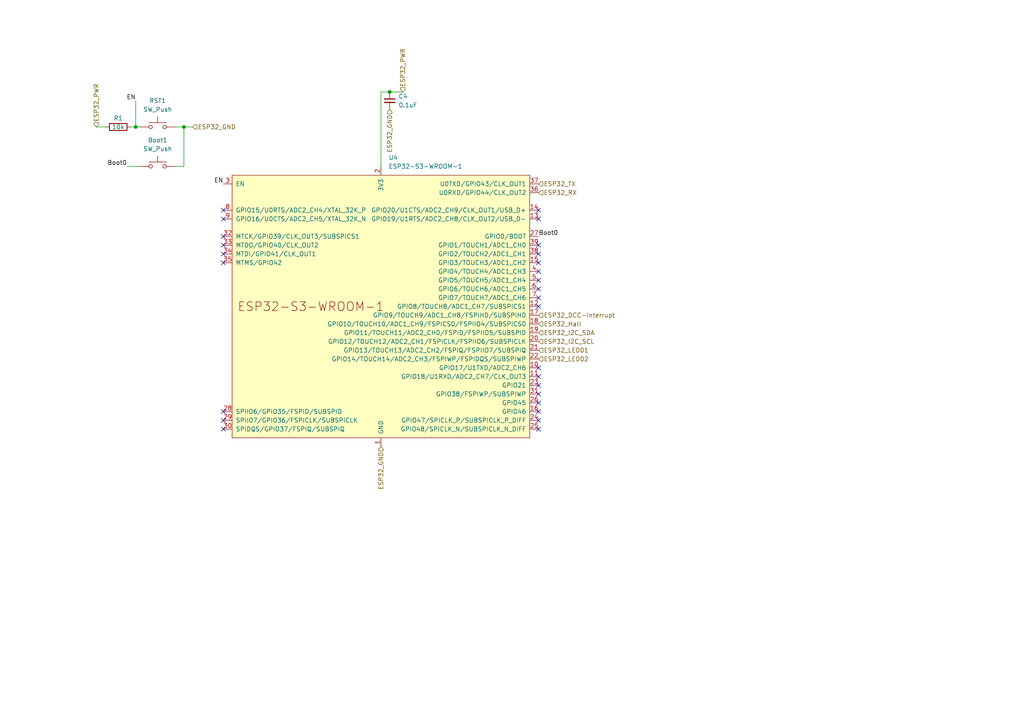
<source format=kicad_sch>
(kicad_sch (version 20230121) (generator eeschema)
  (paper "A4")
  (lib_symbols
    (symbol "Device:C_Small" (pin_numbers hide) (pin_names (offset 0.254) hide)
      (property "Reference" "C" (at 0.254 1.778 0))
      (property "Value" "C_Small" (at 0.254 -2.032 0))
      (symbol "C_Small_0_1"
        (polyline (pts (xy -1.524 -0.508) (xy 1.524 -0.508)) (stroke (width 0.3302)))
        (polyline (pts (xy -1.524 0.508) (xy 1.524 0.508)) (stroke (width 0.3048)))
      )
      (symbol "C_Small_1_1"
        (pin passive line (at 0 2.54 270) (length 2.032) (name "~") (number "1"))
        (pin passive line (at 0 -2.54 90) (length 2.032) (name "~") (number "2"))
      )
    )
    (symbol "Device:R" (pin_numbers hide) (pin_names (offset 0))
      (property "Reference" "R" (at 2.032 0 90))
      (property "Value" "R" (at 0 0 90))
      (symbol "R_0_1"
        (rectangle (start -1.016 -2.54) (end 1.016 2.54) (stroke (width 0.254)))
      )
      (symbol "R_1_1"
        (pin passive line (at 0 3.81 270) (length 1.27) (name "~") (number "1"))
        (pin passive line (at 0 -3.81 90) (length 1.27) (name "~") (number "2"))
      )
    )
    (symbol "PCM_Espressif:ESP32-S3-WROOM-1" (pin_names (offset 1.016))
      (property "Reference" "U" (at -43.18 43.18 0))
      (property "Value" "ESP32-S3-WROOM-1" (at -43.18 40.64 0))
      (symbol "ESP32-S3-WROOM-1_0_0"
        (text "ESP32-S3-WROOM-1" (at -20.32 0 0) (effects (font (size 2.54 2.54))))
        (pin power_in line (at 0 -40.64 90) (length 2.54) (name "GND") (number "1"))
        (pin bidirectional line (at 45.72 -17.78 180) (length 2.54) (name "GPIO17/U1TXD/ADC2_CH6") (number "10"))
        (pin bidirectional line (at 45.72 -20.32 180) (length 2.54) (name "GPIO18/U1RXD/ADC2_CH7/CLK_OUT3") (number "11"))
        (pin bidirectional line (at 45.72 0 180) (length 2.54) (name "GPIO8/TOUCH8/ADC1_CH7/SUBSPICS1") (number "12"))
        (pin bidirectional line (at 45.72 25.4 180) (length 2.54) (name "GPIO19/U1RTS/ADC2_CH8/CLK_OUT2/USB_D-") (number "13"))
        (pin bidirectional line (at 45.72 27.94 180) (length 2.54) (name "GPIO20/U1CTS/ADC2_CH9/CLK_OUT1/USB_D+") (number "14"))
        (pin bidirectional line (at 45.72 12.7 180) (length 2.54) (name "GPIO3/TOUCH3/ADC1_CH2") (number "15"))
        (pin bidirectional line (at 45.72 -30.48 180) (length 2.54) (name "GPIO46") (number "16"))
        (pin bidirectional line (at 45.72 -2.54 180) (length 2.54) (name "GPIO9/TOUCH9/ADC1_CH8/FSPIHD/SUBSPIHD") (number "17"))
        (pin bidirectional line (at 45.72 -5.08 180) (length 2.54) (name "GPIO10/TOUCH10/ADC1_CH9/FSPICS0/FSPIIO4/SUBSPICS0") (number "18"))
        (pin bidirectional line (at 45.72 -7.62 180) (length 2.54) (name "GPIO11/TOUCH11/ADC2_CH0/FSPID/FSPIIO5/SUBSPID") (number "19"))
        (pin power_in line (at 0 40.64 270) (length 2.54) (name "3V3") (number "2"))
        (pin bidirectional line (at 45.72 -10.16 180) (length 2.54) (name "GPIO12/TOUCH12/ADC2_CH1/FSPICLK/FSPIIO6/SUBSPICLK") (number "20"))
        (pin bidirectional line (at 45.72 -12.7 180) (length 2.54) (name "GPIO13/TOUCH13/ADC2_CH2/FSPIQ/FSPIIO7/SUBSPIQ") (number "21"))
        (pin bidirectional line (at 45.72 -15.24 180) (length 2.54) (name "GPIO14/TOUCH14/ADC2_CH3/FSPIWP/FSPIDQS/SUBSPIWP") (number "22"))
        (pin bidirectional line (at 45.72 -22.86 180) (length 2.54) (name "GPIO21") (number "23"))
        (pin bidirectional line (at 45.72 -33.02 180) (length 2.54) (name "GPIO47/SPICLK_P/SUBSPICLK_P_DIFF") (number "24"))
        (pin bidirectional line (at 45.72 -35.56 180) (length 2.54) (name "GPIO48/SPICLK_N/SUBSPICLK_N_DIFF") (number "25"))
        (pin bidirectional line (at 45.72 -27.94 180) (length 2.54) (name "GPIO45") (number "26"))
        (pin bidirectional line (at 45.72 20.32 180) (length 2.54) (name "GPIO0/BOOT") (number "27"))
        (pin bidirectional line (at -45.72 -30.48 0) (length 2.54) (name "SPIIO6/GPIO35/FSPID/SUBSPID") (number "28"))
        (pin bidirectional line (at -45.72 -33.02 0) (length 2.54) (name "SPIIO7/GPIO36/FSPICLK/SUBSPICLK") (number "29"))
        (pin input line (at -45.72 35.56 0) (length 2.54) (name "EN") (number "3"))
        (pin bidirectional line (at -45.72 -35.56 0) (length 2.54) (name "SPIDQS/GPIO37/FSPIQ/SUBSPIQ") (number "30"))
        (pin bidirectional line (at 45.72 -25.4 180) (length 2.54) (name "GPIO38/FSPIWP/SUBSPIWP") (number "31"))
        (pin bidirectional line (at -45.72 20.32 0) (length 2.54) (name "MTCK/GPIO39/CLK_OUT3/SUBSPICS1") (number "32"))
        (pin bidirectional line (at -45.72 17.78 0) (length 2.54) (name "MTDO/GPIO40/CLK_OUT2") (number "33"))
        (pin bidirectional line (at -45.72 15.24 0) (length 2.54) (name "MTDI/GPIO41/CLK_OUT1") (number "34"))
        (pin bidirectional line (at -45.72 12.7 0) (length 2.54) (name "MTMS/GPIO42") (number "35"))
        (pin bidirectional line (at 45.72 33.02 180) (length 2.54) (name "U0RXD/GPIO44/CLK_OUT2") (number "36"))
        (pin bidirectional line (at 45.72 35.56 180) (length 2.54) (name "U0TXD/GPIO43/CLK_OUT1") (number "37"))
        (pin bidirectional line (at 45.72 15.24 180) (length 2.54) (name "GPIO2/TOUCH2/ADC1_CH1") (number "38"))
        (pin bidirectional line (at 45.72 17.78 180) (length 2.54) (name "GPIO1/TOUCH1/ADC1_CH0") (number "39"))
        (pin bidirectional line (at 45.72 10.16 180) (length 2.54) (name "GPIO4/TOUCH4/ADC1_CH3") (number "4"))
        (pin passive line (at 0 -40.64 90) (length 2.54) hide (name "GND") (number "40"))
        (pin passive line (at 0 -40.64 90) (length 2.54) hide (name "GND") (number "41"))
        (pin bidirectional line (at 45.72 7.62 180) (length 2.54) (name "GPIO5/TOUCH5/ADC1_CH4") (number "5"))
        (pin bidirectional line (at 45.72 5.08 180) (length 2.54) (name "GPIO6/TOUCH6/ADC1_CH5") (number "6"))
        (pin bidirectional line (at 45.72 2.54 180) (length 2.54) (name "GPIO7/TOUCH7/ADC1_CH6") (number "7"))
        (pin bidirectional line (at -45.72 27.94 0) (length 2.54) (name "GPIO15/U0RTS/ADC2_CH4/XTAL_32K_P") (number "8"))
        (pin bidirectional line (at -45.72 25.4 0) (length 2.54) (name "GPIO16/U0CTS/ADC2_CH5/XTAL_32K_N") (number "9"))
      )
      (symbol "ESP32-S3-WROOM-1_0_1"
        (rectangle (start -43.18 38.1) (end 43.18 -38.1) (fill (type background)))
      )
    )
    (symbol "Switch:SW_Push" (pin_numbers hide) (pin_names (offset 1.016) hide)
      (property "Reference" "SW" (at 1.27 2.54 0))
      (property "Value" "SW_Push" (at 0 -1.524 0))
      (symbol "SW_Push_0_1"
        (circle (center -2.032 0) (radius 0.508))
        (polyline (pts (xy 0 1.27) (xy 0 3.048)))
        (polyline (pts (xy 2.54 1.27) (xy -2.54 1.27)))
        (circle (center 2.032 0) (radius 0.508))
        (pin passive line (at -5.08 0 0) (length 2.54) (name "1") (number "1"))
        (pin passive line (at 5.08 0 180) (length 2.54) (name "2") (number "2"))
      )
    )
  )
  (junction (at 113.03 26.67))
  (junction (at 53.34 36.83))
  (junction (at 39.37 36.83))
  (no_connect (at 64.77 119.38))
  (no_connect (at 156.21 73.66))
  (no_connect (at 64.77 68.58))
  (no_connect (at 156.21 81.28))
  (no_connect (at 156.21 63.5))
  (no_connect (at 156.21 71.12))
  (no_connect (at 156.21 124.46))
  (no_connect (at 156.21 83.82))
  (no_connect (at 156.21 60.96))
  (no_connect (at 64.77 63.5))
  (no_connect (at 156.21 78.74))
  (no_connect (at 64.77 73.66))
  (no_connect (at 156.21 111.76))
  (no_connect (at 156.21 116.84))
  (no_connect (at 64.77 60.96))
  (no_connect (at 64.77 124.46))
  (no_connect (at 156.21 88.9))
  (no_connect (at 156.21 114.3))
  (no_connect (at 156.21 109.22))
  (no_connect (at 156.21 86.36))
  (no_connect (at 156.21 119.38))
  (no_connect (at 64.77 121.92))
  (no_connect (at 156.21 106.68))
  (no_connect (at 64.77 76.2))
  (no_connect (at 156.21 121.92))
  (no_connect (at 64.77 71.12))
  (no_connect (at 156.21 76.2))
  (wire (pts (xy 113.03 26.67) (xy 116.84 26.67)))
  (wire (pts (xy 39.37 36.83) (xy 40.64 36.83)))
  (wire (pts (xy 110.49 26.67) (xy 113.03 26.67)))
  (wire (pts (xy 53.34 36.83) (xy 55.88 36.83)))
  (wire (pts (xy 50.8 48.26) (xy 53.34 48.26)))
  (wire (pts (xy 39.37 29.21) (xy 39.37 36.83)))
  (wire (pts (xy 53.34 48.26) (xy 53.34 36.83)))
  (wire (pts (xy 36.83 48.26) (xy 40.64 48.26)))
  (wire (pts (xy 110.49 26.67) (xy 110.49 48.26)))
  (wire (pts (xy 27.94 36.83) (xy 30.48 36.83)))
  (wire (pts (xy 38.1 36.83) (xy 39.37 36.83)))
  (wire (pts (xy 50.8 36.83) (xy 53.34 36.83)))
  (label "EN" (at 64.77 53.34 180))
  (label "Boot0" (at 36.83 48.26 180))
  (label "EN" (at 39.37 29.21 180))
  (label "Boot0" (at 156.21 68.58 0))
  (hierarchical_label "ESP32_Hall" (shape input) (at 156.21 93.98 0))
  (hierarchical_label "ESP32_RX" (shape input) (at 156.21 55.88 0))
  (hierarchical_label "ESP32_I2C_SCL" (shape input) (at 156.21 99.06 0))
  (hierarchical_label "ESP32_GND" (shape input) (at 110.49 129.54 270))
  (hierarchical_label "ESP32_GND" (shape input) (at 55.88 36.83 0))
  (hierarchical_label "ESP32_DCC-Interrupt" (shape input) (at 156.21 91.44 0))
  (hierarchical_label "ESP32_GND" (shape input) (at 113.03 31.75 270))
  (hierarchical_label "ESP32_TX" (shape input) (at 156.21 53.34 0))
  (hierarchical_label "ESP32_LED01" (shape input) (at 156.21 101.6 0))
  (hierarchical_label "ESP32_I2C_SDA" (shape input) (at 156.21 96.52 0))
  (hierarchical_label "ESP32_PWR" (shape input) (at 116.84 26.67 90))
  (hierarchical_label "ESP32_LED02" (shape input) (at 156.21 104.14 0))
  (hierarchical_label "ESP32_PWR" (shape input) (at 27.94 36.83 90))
  (symbol (lib_id "Device:C_Small") (at 113.03 29.21 0) (unit 1)
    (property "Reference" "C4" (at 115.57 27.9463 0) (effects (justify left)))
    (property "Value" "0.1uF" (at 115.57 30.4863 0) (effects (justify left)))
    (property "Footprint" "Capacitor_SMD:C_0603_1608Metric" (effects hide))
    (property "JLCPCB Part#" "C14663" (effects hide))
    (property "LCSC" "C14663" (effects hide))
    (instances (project "new_tachowagon" (path "" (reference "C4") (unit 1)) (path "" (reference "C5") (unit 1))) (project "tachowagon_no_USB" (path "" (reference "C8") (unit 1))))
  )
  (symbol (lib_id "PCM_Espressif:ESP32-S3-WROOM-1") (at 110.49 88.9 0) (unit 1)
    (property "Reference" "U4" (at 112.6841 45.72 0) (effects (justify left)))
    (property "Value" "ESP32-S3-WROOM-1" (at 112.6841 48.26 0) (effects (justify left)))
    (property "Footprint" "PCM_Espressif:ESP32-S3-WROOM-1" (effects hide))
    (property "Datasheet" "https://www.espressif.com/sites/default/files/documentation/esp32-s3-wroom-1_wroom-1u_datasheet_en.pdf" (effects hide))
  )
  (symbol (lib_id "Switch:SW_Push") (at 45.72 48.26 0) (unit 1)
    (property "Reference" "Boot1" (at 45.72 40.64 0))
    (property "Value" "SW_Push" (at 45.72 43.18 0))
    (property "Footprint" "Button_Switch_SMD:SW_Push_1P1T_XKB_TS-1187A" (effects hide))
    (property "LCSC" "C318884" (effects hide))
    (property "JLCPCB Part#" "C318884" (effects hide))
    (instances (project "new_tachowagon" (path "" (reference "Boot1") (unit 1)) (path "" (reference "Boot1") (unit 1))) (project "tachowagon_no_USB" (path "" (reference "Boot0") (unit 1))))
  )
  (symbol (lib_id "Device:R") (at 34.29 36.83 90) (unit 1)
    (property "Reference" "R1" (at 34.29 34.29 90))
    (property "Value" "10k" (at 34.29 36.83 90))
    (property "Footprint" "Resistor_SMD:R_1206_3216Metric" (effects hide))
    (property "JLCPCB Part#" "C17902" (effects hide))
    (property "LCSC" "C17902" (effects hide))
  )
  (symbol (lib_id "Switch:SW_Push") (at 45.72 36.83 0) (unit 1)
    (property "Reference" "RST1" (at 45.72 29.21 0))
    (property "Value" "SW_Push" (at 45.72 31.75 0))
    (property "Footprint" "Button_Switch_SMD:SW_Push_1P1T_XKB_TS-1187A" (effects hide))
    (property "LCSC" "C318884" (effects hide))
    (property "JLCPCB Part#" "C318884" (effects hide))
  )
)
</source>
